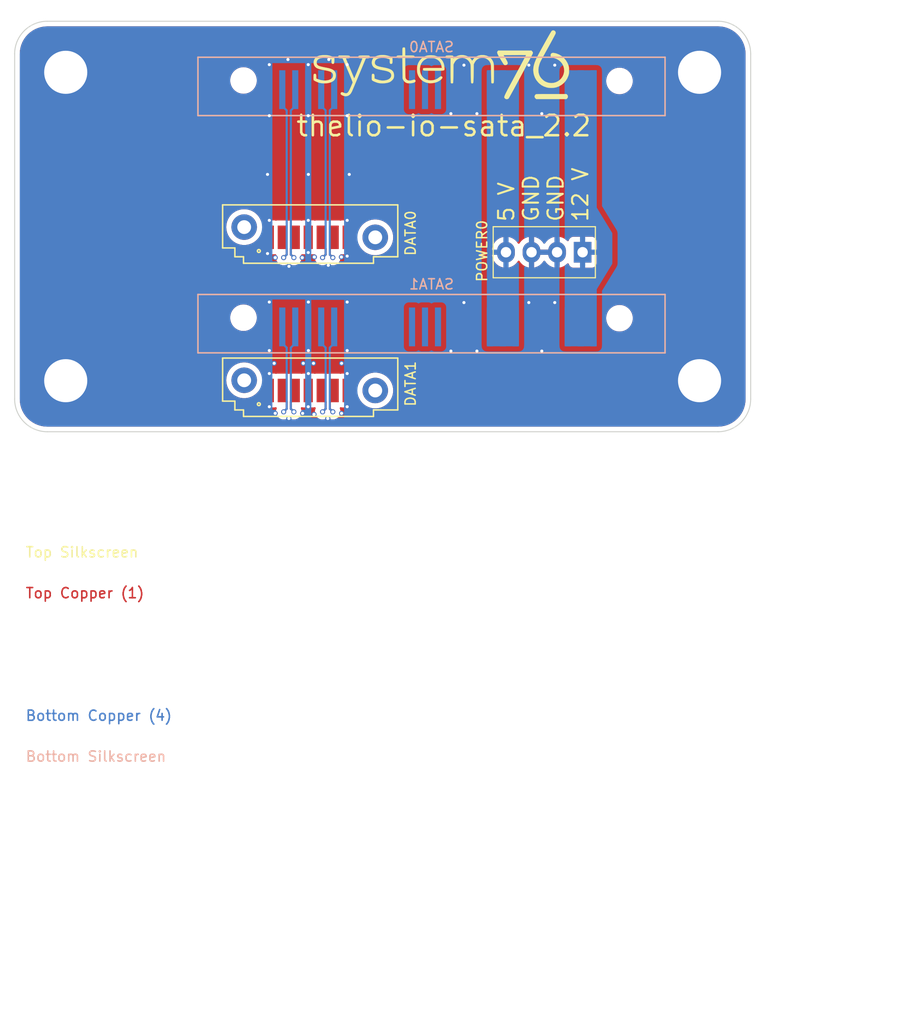
<source format=kicad_pcb>
(kicad_pcb (version 20221018) (generator pcbnew)
  (layers (0 "F.Cu" signal) (1 "In1.Cu" signal) (2 "In2.Cu" signal) (31 "B.Cu" signal) (34 "B.Paste" user) (35 "F.Paste" user) (36 "B.SilkS" user "B.Silkscreen") (37 "F.SilkS" user "F.Silkscreen") (38 "B.Mask" user) (39 "F.Mask" user) (44 "Edge.Cuts" user))
  (net 0 "")
  (net 7 "GND")
  (net 8 "+12V")
  (net 9 "+5V")
  (net 10 "/SATA0_B-")
  (net 11 "/SATA0_A+")
  (net 12 "/SATA0_A-")
  (net 13 "/SATA0_B+")
  (net 14 "/SATA1_A+")
  (net 15 "/SATA1_A-")
  (net 16 "/SATA1_B-")
  (net 17 "/SATA1_B+")
  (footprint "SATA:SATA_DATA_7" (layer "F.Cu") (at 55.101 88.7 180)
    (fp_text reference "DATA1" (at -10.649 3.2 90) (layer "F.SilkS"))
    (fp_text value "67800-5005")
    (pad "" thru_hole circle locked (at -7.195 2.54 180) (size 2.5 2.5) (drill 1.35) (layers "*.Cu" "*.Mask"))
    (pad "" thru_hole circle locked (at 5.635 3.54 180) (size 2.5 2.5) (drill 1.35) (layers "*.Cu" "*.Mask"))
    (pad "1" smd rect locked (at 3.175 2.54 180) (size 0.9 2.3) (layers "F.Cu" "F.Paste" "F.Mask") (net 7 "GND"))
    (pad "2" smd rect locked (at 1.905 2.54 180) (size 0.9 2.3) (layers "F.Cu" "F.Paste" "F.Mask") (net 14 "/SATA1_A+"))
    (pad "3" smd rect locked (at 0.635 2.54 180) (size 0.9 2.3) (layers "F.Cu" "F.Paste" "F.Mask") (net 15 "/SATA1_A-"))
    (pad "4" smd rect locked (at -0.635 2.54 180) (size 0.9 2.3) (layers "F.Cu" "F.Paste" "F.Mask") (net 7 "GND"))
    (pad "5" smd rect locked (at -1.905 2.54 180) (size 0.9 2.3) (layers "F.Cu" "F.Paste" "F.Mask") (net 16 "/SATA1_B-"))
    (pad "6" smd rect locked (at -3.175 2.54 180) (size 0.9 2.3) (layers "F.Cu" "F.Paste" "F.Mask") (net 17 "/SATA1_B+"))
    (pad "7" smd rect locked (at -4.445 2.54 180) (size 0.9 2.3) (layers "F.Cu" "F.Paste" "F.Mask") (net 7 "GND"))
  )
  (footprint "SATA:SATA_DATA_7" (layer "F.Cu") (at 55.101 73.7 180)
    (fp_text reference "DATA0" (at -10.649 2.95 90) (layer "F.SilkS"))
    (fp_text value "67800-5005")
    (pad "" thru_hole circle locked (at -7.195 2.54 180) (size 2.5 2.5) (drill 1.35) (layers "*.Cu" "*.Mask"))
    (pad "" thru_hole circle locked (at 5.635 3.54 180) (size 2.5 2.5) (drill 1.35) (layers "*.Cu" "*.Mask"))
    (pad "1" smd rect locked (at 3.175 2.54 180) (size 0.9 2.3) (layers "F.Cu" "F.Paste" "F.Mask") (net 7 "GND"))
    (pad "2" smd rect locked (at 1.905 2.54 180) (size 0.9 2.3) (layers "F.Cu" "F.Paste" "F.Mask") (net 11 "/SATA0_A+"))
    (pad "3" smd rect locked (at 0.635 2.54 180) (size 0.9 2.3) (layers "F.Cu" "F.Paste" "F.Mask") (net 12 "/SATA0_A-"))
    (pad "4" smd rect locked (at -0.635 2.54 180) (size 0.9 2.3) (layers "F.Cu" "F.Paste" "F.Mask") (net 7 "GND"))
    (pad "5" smd rect locked (at -1.905 2.54 180) (size 0.9 2.3) (layers "F.Cu" "F.Paste" "F.Mask") (net 10 "/SATA0_B-"))
    (pad "6" smd rect locked (at -3.175 2.54 180) (size 0.9 2.3) (layers "F.Cu" "F.Paste" "F.Mask") (net 13 "/SATA0_B+"))
    (pad "7" smd rect locked (at -4.445 2.54 180) (size 0.9 2.3) (layers "F.Cu" "F.Paste" "F.Mask") (net 7 "GND"))
  )
  (footprint "Logo:System76" (layer "F.Cu") (at 68.75 54.25)
    (fp_text reference "G***" hide)
    (fp_text value "LOGO" hide)
  )
  (footprint "SMTSO:SMTSO-M3-3" (layer "F.Cu") (at 94.037 55)
    (fp_text reference "H2" hide)
    (fp_text value "SMTSO-M3-3ET" hide)
    (pad "1" thru_hole circle (at 0 0) (size 5 5) (drill 4.22) (layers "*.Cu" "*.Mask") (net 7 "GND"))
    (pad "1" smd roundrect (at 0 0) (size 6.5 6.5) (layers "F.Cu" "F.Mask") (roundrect_rratio 0.2) (net 7 "GND"))
  )
  (footprint "SMTSO:SMTSO-M3-3" (layer "F.Cu") (at 32 85.2)
    (fp_text reference "H3" hide)
    (fp_text value "SMTSO-M3-3ET" hide)
    (pad "1" thru_hole circle (at 0 0) (size 5 5) (drill 4.22) (layers "*.Cu" "*.Mask") (net 7 "GND"))
    (pad "1" smd roundrect (at 0 0) (size 6.5 6.5) (layers "F.Cu" "F.Mask") (roundrect_rratio 0.2) (net 7 "GND"))
  )
  (footprint "SMTSO:SMTSO-M3-3" (layer "F.Cu") (at 32 55)
    (fp_text reference "H1" hide)
    (fp_text value "SMTSO-M3-3ET" hide)
    (pad "1" thru_hole circle (at 0 0) (size 5 5) (drill 4.22) (layers "*.Cu" "*.Mask") (net 7 "GND"))
    (pad "1" smd roundrect (at 0 0) (size 6.5 6.5) (layers "F.Cu" "F.Mask") (roundrect_rratio 0.2) (net 7 "GND"))
  )
  (footprint "SATA:ATA_FLOPPY_POWER_4" (layer "F.Cu") (at 78.84 72.62 180)
    (fp_text reference "POWER0" (at 6.09 0.12 90) (layer "F.SilkS"))
    (fp_text value "171825-4")
    (pad "1" thru_hole rect locked (at -3.75 0 270) (size 2.03 1.73) (drill 1.02) (layers "*.Cu" "*.Mask") (net 8 "+12V"))
    (pad "2" thru_hole oval locked (at -1.25 0 270) (size 2.03 1.73) (drill 1.02) (layers "*.Cu" "*.Mask") (net 7 "GND"))
    (pad "3" thru_hole oval locked (at 1.25 0 270) (size 2.03 1.73) (drill 1.02) (layers "*.Cu" "*.Mask") (net 7 "GND"))
    (pad "4" thru_hole oval locked (at 3.75 0 270) (size 2.03 1.73) (drill 1.02) (layers "*.Cu" "*.Mask") (net 9 "+5V"))
  )
  (footprint "SMTSO:SMTSO-M3-3" (layer "F.Cu") (at 94.037 85.2)
    (fp_text reference "H4" hide)
    (fp_text value "SMTSO-M3-3ET" hide)
    (pad "1" thru_hole circle (at 0 0) (size 5 5) (drill 4.22) (layers "*.Cu" "*.Mask") (net 7 "GND"))
    (pad "1" smd roundrect (at 0 0) (size 6.5 6.5) (layers "F.Cu" "F.Mask") (roundrect_rratio 0.2) (net 7 "GND"))
  )
  (footprint "SATA:SATA_COMBINED_22" (layer "B.Cu") (at 67.8005 56.7)
    (fp_text reference "SATA0" (at 0 -4.175) (layer "B.SilkS") (effects (justify mirror)))
    (fp_text value "1735284-4")
    (pad "" np_thru_hole circle locked (at -18.4 -0.9) (size 2.1 2.1) (drill 2.1) (layers "*.Cu" "*.Mask"))
    (pad "" np_thru_hole circle locked (at 18.4 -0.85) (size 2.1 2.1) (drill 2.1) (layers "*.Cu" "*.Mask"))
    (pad "1" smd rect locked (at -15.875 0) (size 0.6 3.8) (layers "B.Cu" "B.Paste" "B.Mask") (net 7 "GND"))
    (pad "2" smd rect locked (at -14.605 0) (size 0.6 3.8) (layers "B.Cu" "B.Paste" "B.Mask") (net 11 "/SATA0_A+"))
    (pad "3" smd rect locked (at -13.335 0) (size 0.6 3.8) (layers "B.Cu" "B.Paste" "B.Mask") (net 12 "/SATA0_A-"))
    (pad "4" smd rect locked (at -12.065 0) (size 0.6 3.8) (layers "B.Cu" "B.Paste" "B.Mask") (net 7 "GND"))
    (pad "5" smd rect locked (at -10.795 0) (size 0.6 3.8) (layers "B.Cu" "B.Paste" "B.Mask") (net 10 "/SATA0_B-"))
    (pad "6" smd rect locked (at -9.525 0) (size 0.6 3.8) (layers "B.Cu" "B.Paste" "B.Mask") (net 13 "/SATA0_B+"))
    (pad "7" smd rect locked (at -8.255 0) (size 0.6 3.8) (layers "B.Cu" "B.Paste" "B.Mask") (net 7 "GND"))
    (pad "8" smd rect locked (at -1.905 0) (size 0.6 3.8) (layers "B.Cu" "B.Paste" "B.Mask"))
    (pad "9" smd rect locked (at -0.635 0) (size 0.6 3.8) (layers "B.Cu" "B.Paste" "B.Mask"))
    (pad "10" smd rect locked (at 0.635 0) (size 0.6 3.8) (layers "B.Cu" "B.Paste" "B.Mask"))
    (pad "11" smd rect locked (at 1.905 0) (size 0.6 3.8) (layers "B.Cu" "B.Paste" "B.Mask") (net 7 "GND"))
    (pad "12" smd rect locked (at 3.175 0) (size 0.6 3.8) (layers "B.Cu" "B.Paste" "B.Mask") (net 7 "GND"))
    (pad "13" smd rect locked (at 4.445 0) (size 0.6 3.8) (layers "B.Cu" "B.Paste" "B.Mask") (net 7 "GND"))
    (pad "14" smd rect locked (at 5.715 0) (size 0.6 3.8) (layers "B.Cu" "B.Paste" "B.Mask") (net 9 "+5V"))
    (pad "15" smd rect locked (at 6.985 0) (size 0.6 3.8) (layers "B.Cu" "B.Paste" "B.Mask") (net 9 "+5V"))
    (pad "16" smd rect locked (at 8.255 0) (size 0.6 3.8) (layers "B.Cu" "B.Paste" "B.Mask") (net 9 "+5V"))
    (pad "17" smd rect locked (at 9.525 0) (size 0.6 3.8) (layers "B.Cu" "B.Paste" "B.Mask") (net 7 "GND"))
    (pad "18" smd rect locked (at 10.795 0) (size 0.6 3.8) (layers "B.Cu" "B.Paste" "B.Mask") (net 7 "GND"))
    (pad "19" smd rect locked (at 12.065 0) (size 0.6 3.8) (layers "B.Cu" "B.Paste" "B.Mask") (net 7 "GND"))
    (pad "20" smd rect locked (at 13.335 0) (size 0.6 3.8) (layers "B.Cu" "B.Paste" "B.Mask") (net 8 "+12V"))
    (pad "21" smd rect locked (at 14.605 0) (size 0.6 3.8) (layers "B.Cu" "B.Paste" "B.Mask") (net 8 "+12V"))
    (pad "22" smd rect locked (at 15.875 0) (size 0.6 3.8) (layers "B.Cu" "B.Paste" "B.Mask") (net 8 "+12V"))
    (pad "MP" smd rect locked (at -21.35 -0.6) (size 2.1 2.2) (layers "B.Cu" "B.Paste" "B.Mask") (net 7 "GND"))
    (pad "MP" smd rect locked (at 21.35 -0.6) (size 2.1 2.2) (layers "B.Cu" "B.Paste" "B.Mask") (net 7 "GND"))
  )
  (footprint "SATA:SATA_COMBINED_22" (layer "B.Cu") (at 67.8005 79.93331)
    (fp_text reference "SATA1" (at 0 -4.175) (layer "B.SilkS") (effects (justify mirror)))
    (fp_text value "1735284-4")
    (pad "" np_thru_hole circle locked (at -18.4 -0.9) (size 2.1 2.1) (drill 2.1) (layers "*.Cu" "*.Mask"))
    (pad "" np_thru_hole circle locked (at 18.4 -0.85) (size 2.1 2.1) (drill 2.1) (layers "*.Cu" "*.Mask"))
    (pad "1" smd rect locked (at -15.875 0) (size 0.6 3.8) (layers "B.Cu" "B.Paste" "B.Mask") (net 7 "GND"))
    (pad "2" smd rect locked (at -14.605 0) (size 0.6 3.8) (layers "B.Cu" "B.Paste" "B.Mask") (net 14 "/SATA1_A+"))
    (pad "3" smd rect locked (at -13.335 0) (size 0.6 3.8) (layers "B.Cu" "B.Paste" "B.Mask") (net 15 "/SATA1_A-"))
    (pad "4" smd rect locked (at -12.065 0) (size 0.6 3.8) (layers "B.Cu" "B.Paste" "B.Mask") (net 7 "GND"))
    (pad "5" smd rect locked (at -10.795 0) (size 0.6 3.8) (layers "B.Cu" "B.Paste" "B.Mask") (net 16 "/SATA1_B-"))
    (pad "6" smd rect locked (at -9.525 0) (size 0.6 3.8) (layers "B.Cu" "B.Paste" "B.Mask") (net 17 "/SATA1_B+"))
    (pad "7" smd rect locked (at -8.255 0) (size 0.6 3.8) (layers "B.Cu" "B.Paste" "B.Mask") (net 7 "GND"))
    (pad "8" smd rect locked (at -1.905 0) (size 0.6 3.8) (layers "B.Cu" "B.Paste" "B.Mask"))
    (pad "9" smd rect locked (at -0.635 0) (size 0.6 3.8) (layers "B.Cu" "B.Paste" "B.Mask"))
    (pad "10" smd rect locked (at 0.635 0) (size 0.6 3.8) (layers "B.Cu" "B.Paste" "B.Mask"))
    (pad "11" smd rect locked (at 1.905 0) (size 0.6 3.8) (layers "B.Cu" "B.Paste" "B.Mask") (net 7 "GND"))
    (pad "12" smd rect locked (at 3.175 0) (size 0.6 3.8) (layers "B.Cu" "B.Paste" "B.Mask") (net 7 "GND"))
    (pad "13" smd rect locked (at 4.445 0) (size 0.6 3.8) (layers "B.Cu" "B.Paste" "B.Mask") (net 7 "GND"))
    (pad "14" smd rect locked (at 5.715 0) (size 0.6 3.8) (layers "B.Cu" "B.Paste" "B.Mask") (net 9 "+5V"))
    (pad "15" smd rect locked (at 6.985 0) (size 0.6 3.8) (layers "B.Cu" "B.Paste" "B.Mask") (net 9 "+5V"))
    (pad "16" smd rect locked (at 8.255 0) (size 0.6 3.8) (layers "B.Cu" "B.Paste" "B.Mask") (net 9 "+5V"))
    (pad "17" smd rect locked (at 9.525 0) (size 0.6 3.8) (layers "B.Cu" "B.Paste" "B.Mask") (net 7 "GND"))
    (pad "18" smd rect locked (at 10.795 0) (size 0.6 3.8) (layers "B.Cu" "B.Paste" "B.Mask") (net 7 "GND"))
    (pad "19" smd rect locked (at 12.065 0) (size 0.6 3.8) (layers "B.Cu" "B.Paste" "B.Mask") (net 7 "GND"))
    (pad "20" smd rect locked (at 13.335 0) (size 0.6 3.8) (layers "B.Cu" "B.Paste" "B.Mask") (net 8 "+12V"))
    (pad "21" smd rect locked (at 14.605 0) (size 0.6 3.8) (layers "B.Cu" "B.Paste" "B.Mask") (net 8 "+12V"))
    (pad "22" smd rect locked (at 15.875 0) (size 0.6 3.8) (layers "B.Cu" "B.Paste" "B.Mask") (net 8 "+12V"))
    (pad "MP" smd rect locked (at -21.35 -0.6) (size 2.1 2.2) (layers "B.Cu" "B.Paste" "B.Mask") (net 7 "GND"))
    (pad "MP" smd rect locked (at 21.35 -0.6) (size 2.1 2.2) (layers "B.Cu" "B.Paste" "B.Mask") (net 7 "GND"))
  )
  (gr_arc (start 99.04 87) (mid 98.102742 89.262742) (end 95.84 90.2) (stroke (width 0.1)) (layer "Edge.Cuts"))
  (gr_arc (start 30.2 90.2) (mid 27.937258 89.262742) (end 27 87) (stroke (width 0.1)) (layer "Edge.Cuts"))
  (gr_line (start 95.84 90.2) (end 30.2 90.2) (stroke (width 0.1)) (layer "Edge.Cuts"))
  (gr_arc (start 27 53.2) (mid 27.937258 50.937258) (end 30.2 50) (stroke (width 0.1)) (layer "Edge.Cuts"))
  (gr_line (start 30.2 50) (end 95.84 50) (stroke (width 0.1)) (layer "Edge.Cuts"))
  (gr_line (start 99.04 87) (end 99.04 53.2) (stroke (width 0.1)) (layer "Edge.Cuts"))
  (gr_line (start 27 53.2) (end 27 87) (stroke (width 0.1)) (layer "Edge.Cuts"))
  (gr_arc (start 95.84 50) (mid 98.102742 50.937258) (end 99.04 53.2) (stroke (width 0.1)) (layer "Edge.Cuts"))
  (gr_text "Top Copper (1)" (at 28 106) (layer "F.Cu") (effects (font (size 1 1)) (justify left)))
  (gr_text "Bottom Copper (4)" (at 28 118) (layer "B.Cu") (effects (font (size 1 1)) (justify left)))
  (gr_text "Bottom Silkscreen" (at 28 122) (layer "B.SilkS") (effects (font (size 1 1)) (justify left)))
  (gr_text "thelio-io-sata_2.2" (at 69 60.25) (layer "F.SilkS") (effects (font (size 2 2) (thickness 0.25))))
  (gr_text "Top Silkscreen" (at 28 102) (layer "F.SilkS") (effects (font (size 1 1)) (justify left)))
  (gr_text "5 V\nGND\nGND\n12 V" (at 83.25 69.75 90) (layer "F.SilkS") (effects (font (size 1.5 1.5) (thickness 0.2)) (justify left bottom)))
  (via (at 56.3 88.5) (size 0.5) (drill 0.3) (layers "F.Cu" "B.Cu") (net 7))
  (via (at 51.75 72.75) (size 0.5) (drill 0.3) (layers "F.Cu" "B.Cu") (net 7))
  (via (at 55.736 87.75) (size 0.5) (drill 0.3) (layers "F.Cu" "B.Cu") (net 7))
  (via (at 56.25 83.5) (size 0.5) (drill 0.3) (layers "F.Cu" "B.Cu") (net 7))
  (via (at 55.19 88.4) (size 0.5) (drill 0.3) (layers "F.Cu" "B.Cu") (net 7))
  (via (at 52.4 83.5) (size 0.5) (drill 0.3) (layers "F.Cu" "B.Cu") (net 7))
  (via (at 70.9755 77.55) (size 0.5) (drill 0.3) (layers "F.Cu" "B.Cu") (net 7))
  (via (at 59.546 69.5) (size 0.5) (drill 0.3) (layers "F.Cu" "B.Cu") (net 7))
  (via (at 55.7355 59.25) (size 0.5) (drill 0.3) (layers "F.Cu" "B.Cu") (net 7))
  (via (at 51.9255 54.25) (size 0.5) (drill 0.3) (layers "F.Cu" "B.Cu") (net 7))
  (via (at 55.736 69.5) (size 0.5) (drill 0.3) (layers "F.Cu" "B.Cu") (net 7))
  (via (at 59.5455 82.25) (size 0.5) (drill 0.3) (layers "F.Cu" "B.Cu") (net 7))
  (via (at 57.7 73.9) (size 0.5) (drill 0.3) (layers "F.Cu" "B.Cu") (net 7))
  (via (at 51.9255 82.25) (size 0.5) (drill 0.3) (layers "F.Cu" "B.Cu") (net 7))
  (via (at 55.736 72.65) (size 0.5) (drill 0.3) (layers "F.Cu" "B.Cu") (net 7))
  (via (at 69.7 82.3) (size 0.5) (drill 0.3) (layers "F.Cu" "B.Cu") (net 7))
  (via (at 55.25 83.5) (size 0.5) (drill 0.3) (layers "F.Cu" "B.Cu") (net 7))
  (via (at 52.5 88.4) (size 0.5) (drill 0.3) (layers "F.Cu" "B.Cu") (net 7))
  (via (at 59.5455 77.5) (size 0.5) (drill 0.3) (layers "F.Cu" "B.Cu") (net 7))
  (via (at 51.926 69.5) (size 0.5) (drill 0.3) (layers "F.Cu" "B.Cu") (net 7))
  (via (at 59.546 87.75) (size 0.5) (drill 0.3) (layers "F.Cu" "B.Cu") (net 7))
  (via (at 53.75 53.75) (size 0.5) (drill 0.3) (layers "F.Cu" "B.Cu") (net 7))
  (via (at 77.3255 77.55) (size 0.5) (drill 0.3) (layers "F.Cu" "B.Cu") (net 7))
  (via (at 53.84 88.9) (size 0.5) (drill 0.3) (layers "F.Cu" "B.Cu") (net 7))
  (via (at 51.9255 77.5) (size 0.5) (drill 0.3) (layers "F.Cu" "B.Cu") (net 7))
  (via (at 69.7 59.05) (size 0.5) (drill 0.3) (layers "F.Cu" "B.Cu") (net 7))
  (via (at 59.5455 59.25) (size 0.5) (drill 0.3) (layers "F.Cu" "B.Cu") (net 7))
  (via (at 79.8655 77.55) (size 0.5) (drill 0.3) (layers "F.Cu" "B.Cu") (net 7))
  (via (at 70.9755 54.3) (size 0.5) (drill 0.3) (layers "F.Cu" "B.Cu") (net 7))
  (via (at 58.984 73.09) (size 0.5) (drill 0.3) (layers "F.Cu" "B.Cu") (net 7))
  (via (at 56.334 73.09) (size 0.5) (drill 0.3) (layers "F.Cu" "B.Cu") (net 7))
  (via (at 55.75 82.25) (size 0.5) (drill 0.3) (layers "F.Cu" "B.Cu") (net 7))
  (via (at 72.2455 59.05) (size 0.5) (drill 0.3) (layers "F.Cu" "B.Cu") (net 7))
  (via (at 59.546 73) (size 0.5) (drill 0.3) (layers "F.Cu" "B.Cu") (net 7))
  (via (at 72.2455 82.3) (size 0.5) (drill 0.3) (layers "F.Cu" "B.Cu") (net 7))
  (via (at 78.5955 59.05) (size 0.5) (drill 0.3) (layers "F.Cu" "B.Cu") (net 7))
  (via (at 55.75 65) (size 0.5) (drill 0.3) (layers "F.Cu" "B.Cu") (net 7))
  (via (at 57.65 88.9) (size 0.5) (drill 0.3) (layers "F.Cu" "B.Cu") (net 7))
  (via (at 55.75 77.5) (size 0.5) (drill 0.3) (layers "F.Cu" "B.Cu") (net 7))
  (via (at 57.75 53.75) (size 0.5) (drill 0.3) (layers "F.Cu" "B.Cu") (net 7))
  (via (at 59.546 84.5) (size 0.5) (drill 0.3) (layers "F.Cu" "B.Cu") (net 7))
  (via (at 79.8655 54.3) (size 0.5) (drill 0.3) (layers "F.Cu" "B.Cu") (net 7))
  (via (at 51.9255 59.25) (size 0.5) (drill 0.3) (layers "F.Cu" "B.Cu") (net 7))
  (via (at 51.926 87.75) (size 0.5) (drill 0.3) (layers "F.Cu" "B.Cu") (net 7))
  (via (at 55.75 84.5) (size 0.5) (drill 0.3) (layers "F.Cu" "B.Cu") (net 7))
  (via (at 51.75 65) (size 0.5) (drill 0.3) (layers "F.Cu" "B.Cu") (net 7))
  (via (at 77.3255 54.3) (size 0.5) (drill 0.3) (layers "F.Cu" "B.Cu") (net 7))
  (via (at 59 88.4) (size 0.5) (drill 0.3) (layers "F.Cu" "B.Cu") (net 7))
  (via (at 78.5955 82.3) (size 0.5) (drill 0.3) (layers "F.Cu" "B.Cu") (net 7))
  (via (at 55.7355 54.25) (size 0.5) (drill 0.3) (layers "F.Cu" "B.Cu") (net 7))
  (via (at 59 83.5) (size 0.5) (drill 0.3) (layers "F.Cu" "B.Cu") (net 7))
  (via (at 59.75 65) (size 0.5) (drill 0.3) (layers "F.Cu" "B.Cu") (net 7))
  (via (at 53.85 74) (size 0.5) (drill 0.3) (layers "F.Cu" "B.Cu") (net 7))
  (via (at 55.15 73.15) (size 0.5) (drill 0.3) (layers "F.Cu" "B.Cu") (net 7))
  (via (at 59.5455 54.25) (size 0.5) (drill 0.3) (layers "F.Cu" "B.Cu") (net 7))
  (via (at 51.926 84.5) (size 0.5) (drill 0.3) (layers "F.Cu" "B.Cu") (net 7))
  (via (at 52.5 73.15) (size 0.5) (drill 0.3) (layers "F.Cu" "B.Cu") (net 7))
  (segment (start 57.436783 72.852617) (end 57.141 73.1484) (width 0.205232) (layer "F.Cu") (net 10))
  (segment (start 57.436784 72.290784) (end 57.436783 72.852617) (width 0.205232) (layer "F.Cu") (net 10))
  (segment (start 57.006 71.86) (end 57.436784 72.290784) (width 0.205232) (layer "F.Cu") (net 10))
  (via (at 57.141 73.1484) (size 0.5) (drill 0.3) (layers "F.Cu" "B.Cu") (net 10))
  (segment (start 57.0055 56.7) (end 57.0055 58.3) (width 0.205232) (layer "B.Cu") (net 10))
  (segment (start 57.436784 72.852616) (end 57.436784 58.75) (width 0.205232) (layer "B.Cu") (net 10))
  (segment (start 57.141 73.1484) (end 57.436784 72.852616) (width 0.205232) (layer "B.Cu") (net 10))
  (segment (start 57.0055 58.3) (end 57.436284 58.730784) (width 0.205232) (layer "B.Cu") (net 10))
  (segment (start 53.626783 72.852617) (end 53.331 73.1484) (width 0.205232) (layer "F.Cu") (net 11))
  (segment (start 53.196 71.86) (end 53.626784 72.290784) (width 0.205232) (layer "F.Cu") (net 11))
  (segment (start 53.626784 72.290784) (end 53.626783 72.852617) (width 0.205232) (layer "F.Cu") (net 11))
  (via (at 53.331 73.1484) (size 0.5) (drill 0.3) (layers "F.Cu" "B.Cu") (net 11))
  (segment (start 53.331 73.1484) (end 53.626784 72.852616) (width 0.205232) (layer "B.Cu") (net 11))
  (segment (start 53.1955 58.3) (end 53.626284 58.730784) (width 0.205232) (layer "B.Cu") (net 11))
  (segment (start 53.626784 72.852616) (end 53.626784 58.75) (width 0.205232) (layer "B.Cu") (net 11))
  (segment (start 53.1955 56.7) (end 53.1955 58.3) (width 0.205232) (layer "B.Cu") (net 11))
  (segment (start 54.466 71.86) (end 54.035216 72.290784) (width 0.205232) (layer "F.Cu") (net 12))
  (segment (start 54.035217 72.852617) (end 54.331 73.1484) (width 0.205232) (layer "F.Cu") (net 12))
  (segment (start 54.035216 72.290784) (end 54.035217 72.852617) (width 0.205232) (layer "F.Cu") (net 12))
  (via (at 54.331 73.1484) (size 0.5) (drill 0.3) (layers "F.Cu" "B.Cu") (net 12))
  (segment (start 54.035216 72.852616) (end 54.035216 58.75) (width 0.205232) (layer "B.Cu") (net 12))
  (segment (start 54.331 73.1484) (end 54.035216 72.852616) (width 0.205232) (layer "B.Cu") (net 12))
  (segment (start 54.4655 56.7) (end 54.4655 58.3) (width 0.205232) (layer "B.Cu") (net 12))
  (segment (start 54.4655 58.3) (end 54.034716 58.730784) (width 0.205232) (layer "B.Cu") (net 12))
  (segment (start 57.845217 72.852617) (end 58.141 73.1484) (width 0.205232) (layer "F.Cu") (net 13))
  (segment (start 58.276 71.86) (end 57.845216 72.290784) (width 0.205232) (layer "F.Cu") (net 13))
  (segment (start 57.845216 72.290784) (end 57.845217 72.852617) (width 0.205232) (layer "F.Cu") (net 13))
  (via (at 58.141 73.1484) (size 0.5) (drill 0.3) (layers "F.Cu" "B.Cu") (net 13))
  (segment (start 58.2755 58.3) (end 57.844716 58.730784) (width 0.205232) (layer "B.Cu") (net 13))
  (segment (start 58.141 73.1484) (end 57.845216 72.852616) (width 0.205232) (layer "B.Cu") (net 13))
  (segment (start 58.2755 56.7) (end 58.2755 58.3) (width 0.205232) (layer "B.Cu") (net 13))
  (segment (start 57.845216 72.852616) (end 57.845216 58.75) (width 0.205232) (layer "B.Cu") (net 13))
  (segment (start 53.626783 87.954217) (end 53.331 88.25) (width 0.205232) (layer "F.Cu") (net 14))
  (segment (start 53.626784 87.290784) (end 53.626783 87.954217) (width 0.205232) (layer "F.Cu") (net 14))
  (segment (start 53.196 86.86) (end 53.626784 87.290784) (width 0.205232) (layer "F.Cu") (net 14))
  (segment (start 53.196 86.16) (end 53.196 86.86) (width 0.205232) (layer "F.Cu") (net 14))
  (via (at 53.331 88.25) (size 0.5) (drill 0.3) (layers "F.Cu" "B.Cu") (net 14))
  (segment (start 53.626784 87.954216) (end 53.331 88.25) (width 0.205232) (layer "B.Cu") (net 14))
  (segment (start 53.626284 81.964094) (end 53.626284 87.953716) (width 0.205232) (layer "B.Cu") (net 14))
  (segment (start 53.1955 81.53331) (end 53.626284 81.964094) (width 0.205232) (layer "B.Cu") (net 14))
  (segment (start 53.1955 79.93331) (end 53.1955 81.53331) (width 0.205232) (layer "B.Cu") (net 14))
  (segment (start 53.626284 87.953716) (end 53.626784 87.954216) (width 0.205232) (layer "B.Cu") (net 14))
  (segment (start 54.035217 87.954217) (end 54.331 88.25) (width 0.205232) (layer "F.Cu") (net 15))
  (segment (start 54.035216 87.290784) (end 54.035217 87.954217) (width 0.205232) (layer "F.Cu") (net 15))
  (segment (start 54.466 86.86) (end 54.035216 87.290784) (width 0.205232) (layer "F.Cu") (net 15))
  (segment (start 54.466 86.16) (end 54.466 86.86) (width 0.205232) (layer "F.Cu") (net 15))
  (via (at 54.331 88.25) (size 0.5) (drill 0.3) (layers "F.Cu" "B.Cu") (net 15))
  (segment (start 54.034716 87.953716) (end 54.331 88.25) (width 0.205232) (layer "B.Cu") (net 15))
  (segment (start 54.4655 79.93331) (end 54.4655 81.53331) (width 0.205232) (layer "B.Cu") (net 15))
  (segment (start 54.034716 81.964094) (end 54.034716 87.953716) (width 0.205232) (layer "B.Cu") (net 15))
  (segment (start 54.4655 81.53331) (end 54.034716 81.964094) (width 0.205232) (layer "B.Cu") (net 15))
  (segment (start 57.006 86.16) (end 57.006 86.86) (width 0.205232) (layer "F.Cu") (net 16))
  (segment (start 57.436783 87.954217) (end 57.141 88.25) (width 0.205232) (layer "F.Cu") (net 16))
  (segment (start 57.436784 87.290784) (end 57.436783 87.954217) (width 0.205232) (layer "F.Cu") (net 16))
  (segment (start 57.006 86.86) (end 57.436784 87.290784) (width 0.205232) (layer "F.Cu") (net 16))
  (via (at 57.141 88.25) (size 0.5) (drill 0.3) (layers "F.Cu" "B.Cu") (net 16))
  (segment (start 57.436784 81.964594) (end 57.0055 81.53331) (width 0.205232) (layer "B.Cu") (net 16))
  (segment (start 57.436784 87.954216) (end 57.436784 81.964594) (width 0.205232) (layer "B.Cu") (net 16))
  (segment (start 57.141 88.25) (end 57.436784 87.954216) (width 0.205232) (layer "B.Cu") (net 16))
  (segment (start 57.0055 81.53331) (end 57.0055 79.93331) (width 0.205232) (layer "B.Cu") (net 16))
  (segment (start 57.845216 87.290784) (end 57.845217 87.954217) (width 0.205232) (layer "F.Cu") (net 17))
  (segment (start 58.276 86.16) (end 58.276 86.86) (width 0.205232) (layer "F.Cu") (net 17))
  (segment (start 58.276 86.86) (end 57.845216 87.290784) (width 0.205232) (layer "F.Cu") (net 17))
  (segment (start 57.845217 87.954217) (end 58.141 88.25) (width 0.205232) (layer "F.Cu") (net 17))
  (via (at 58.141 88.25) (size 0.5) (drill 0.3) (layers "F.Cu" "B.Cu") (net 17))
  (segment (start 57.845216 87.954216) (end 57.845216 81.963594) (width 0.205232) (layer "B.Cu") (net 17))
  (segment (start 57.845216 81.963594) (end 58.2755 81.53331) (width 0.205232) (layer "B.Cu") (net 17))
  (segment (start 58.2755 81.53331) (end 58.2755 79.93331) (width 0.205232) (layer "B.Cu") (net 17))
  (segment (start 58.141 88.25) (end 57.845216 87.954216) (width 0.205232) (layer "B.Cu") (net 17))
  (zone (net 7) (net_name "GND") (layers "F.Cu" "In1.Cu" "In2.Cu" "B.Cu") (connect_pads (clearance 0.5)) (min_thickness 0.2) (fill yes (thermal_gap 0.508) (thermal_bridge_width 0.508))
    (polygon (pts (xy 100.566562 101.92) (xy 25.566562 101.92) (xy 25.566562 47.92) (xy 100.566562 47.92)))
  )
  (zone (net 8) (net_name "+12V") (layer "B.Cu") (priority 1) (connect_pads (clearance 0.508)) (min_thickness 0.254) (fill yes (thermal_gap 0.508) (thermal_bridge_width 0.508))
    (polygon (pts (xy 83.9755 68.25) (xy 85.5 70.75) (xy 85.5 73.75) (xy 83.9755 76.25) (xy 83.9755 81.83331) (xy 80.8355 81.83331) (xy 80.8355 54.8) (xy 83.9755 54.8)))
  )
  (zone (net 0) (net_name "") (layer "B.Cu") (connect_pads (clearance 0)) (min_thickness 0.2)
    (keepout (tracks allowed) (vias allowed) (pads allowed) (copperpour not_allowed) (footprints allowed))
    (fill (thermal_gap 0.508) (thermal_bridge_width 0.508))
    (polygon (pts (xy 56.0355 77.28331) (xy 59.2455 77.28331) (xy 59.2455 88.83331) (xy 56.0355 88.83331)))
  )
  (zone (net 9) (net_name "+5V") (layer "B.Cu") (priority 1) (connect_pads (clearance 0.508)) (min_thickness 0.254) (fill yes (thermal_gap 0.508) (thermal_bridge_width 0.508))
    (polygon (pts (xy 76.3555 81.83331) (xy 73.2155 81.83331) (xy 73.2155 54.8) (xy 76.3555 54.8)))
  )
  (zone (net 0) (net_name "") (layer "B.Cu") (connect_pads (clearance 0)) (min_thickness 0.2)
    (keepout (tracks allowed) (vias allowed) (pads allowed) (copperpour not_allowed) (footprints allowed))
    (fill (thermal_gap 0.508) (thermal_bridge_width 0.508))
    (polygon (pts (xy 55.4355 73.5) (xy 52.2255 73.5) (xy 52.2255 54.1) (xy 55.4355 54.1)))
  )
  (zone (net 0) (net_name "") (layer "B.Cu") (connect_pads (clearance 0)) (min_thickness 0.2)
    (keepout (tracks allowed) (vias allowed) (pads allowed) (copperpour not_allowed) (footprints allowed))
    (fill (thermal_gap 0.508) (thermal_bridge_width 0.508))
    (polygon (pts (xy 59.2455 73.5) (xy 56.0355 73.5) (xy 56.0355 54.1) (xy 59.2455 54.1)))
  )
  (zone (net 0) (net_name "") (layer "B.Cu") (connect_pads (clearance 0)) (min_thickness 0.2)
    (keepout (tracks allowed) (vias allowed) (pads allowed) (copperpour not_allowed) (footprints allowed))
    (fill (thermal_gap 0.508) (thermal_bridge_width 0.508))
    (polygon (pts (xy 52.2255 77.25) (xy 55.4355 77.25) (xy 55.4355 88.05) (xy 52.2255 88.05)))
  )
)
</source>
